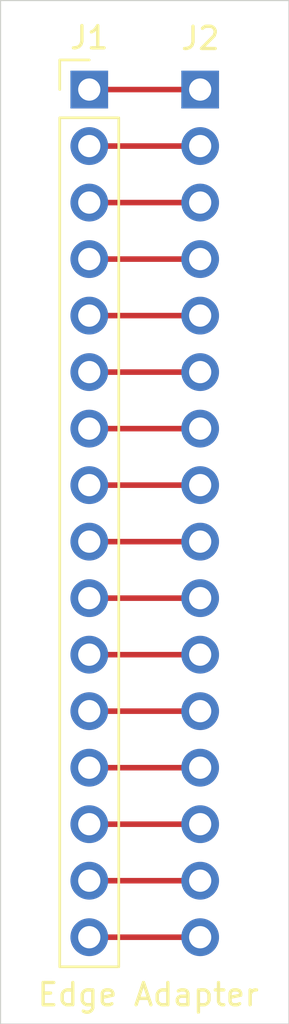
<source format=kicad_pcb>
(kicad_pcb (version 20171130) (host pcbnew "(5.1.10)-1")

  (general
    (thickness 1.6)
    (drawings 5)
    (tracks 16)
    (zones 0)
    (modules 2)
    (nets 17)
  )

  (page A4)
  (layers
    (0 F.Cu signal)
    (31 B.Cu signal)
    (32 B.Adhes user)
    (33 F.Adhes user)
    (34 B.Paste user)
    (35 F.Paste user)
    (36 B.SilkS user)
    (37 F.SilkS user)
    (38 B.Mask user)
    (39 F.Mask user)
    (40 Dwgs.User user)
    (41 Cmts.User user)
    (42 Eco1.User user)
    (43 Eco2.User user)
    (44 Edge.Cuts user)
    (45 Margin user)
    (46 B.CrtYd user)
    (47 F.CrtYd user)
    (48 B.Fab user)
    (49 F.Fab user)
  )

  (setup
    (last_trace_width 0.25)
    (trace_clearance 0.1)
    (zone_clearance 0.508)
    (zone_45_only no)
    (trace_min 0.2)
    (via_size 0.8)
    (via_drill 0.4)
    (via_min_size 0.4)
    (via_min_drill 0.3)
    (uvia_size 0.3)
    (uvia_drill 0.1)
    (uvias_allowed no)
    (uvia_min_size 0.2)
    (uvia_min_drill 0.1)
    (edge_width 0.05)
    (segment_width 0.2)
    (pcb_text_width 0.3)
    (pcb_text_size 1.5 1.5)
    (mod_edge_width 0.12)
    (mod_text_size 1 1)
    (mod_text_width 0.15)
    (pad_size 1.7 1.7)
    (pad_drill 1)
    (pad_to_mask_clearance 0)
    (aux_axis_origin 0 0)
    (visible_elements 7FFFFFFF)
    (pcbplotparams
      (layerselection 0x010fc_ffffffff)
      (usegerberextensions true)
      (usegerberattributes false)
      (usegerberadvancedattributes false)
      (creategerberjobfile false)
      (excludeedgelayer true)
      (linewidth 0.150000)
      (plotframeref false)
      (viasonmask false)
      (mode 1)
      (useauxorigin false)
      (hpglpennumber 1)
      (hpglpenspeed 20)
      (hpglpendiameter 15.000000)
      (psnegative false)
      (psa4output false)
      (plotreference true)
      (plotvalue true)
      (plotinvisibletext false)
      (padsonsilk false)
      (subtractmaskfromsilk false)
      (outputformat 1)
      (mirror false)
      (drillshape 0)
      (scaleselection 1)
      (outputdirectory "../Outputs/"))
  )

  (net 0 "")
  (net 1 "Net-(J1-Pad16)")
  (net 2 "Net-(J1-Pad15)")
  (net 3 "Net-(J1-Pad14)")
  (net 4 "Net-(J1-Pad13)")
  (net 5 "Net-(J1-Pad12)")
  (net 6 "Net-(J1-Pad11)")
  (net 7 "Net-(J1-Pad10)")
  (net 8 "Net-(J1-Pad9)")
  (net 9 "Net-(J1-Pad8)")
  (net 10 "Net-(J1-Pad7)")
  (net 11 "Net-(J1-Pad6)")
  (net 12 "Net-(J1-Pad5)")
  (net 13 "Net-(J1-Pad4)")
  (net 14 "Net-(J1-Pad3)")
  (net 15 "Net-(J1-Pad2)")
  (net 16 "Net-(J1-Pad1)")

  (net_class Default "This is the default net class."
    (clearance 0.1)
    (trace_width 0.25)
    (via_dia 0.8)
    (via_drill 0.4)
    (uvia_dia 0.3)
    (uvia_drill 0.1)
    (add_net "Net-(J1-Pad1)")
    (add_net "Net-(J1-Pad10)")
    (add_net "Net-(J1-Pad11)")
    (add_net "Net-(J1-Pad12)")
    (add_net "Net-(J1-Pad13)")
    (add_net "Net-(J1-Pad14)")
    (add_net "Net-(J1-Pad15)")
    (add_net "Net-(J1-Pad16)")
    (add_net "Net-(J1-Pad2)")
    (add_net "Net-(J1-Pad3)")
    (add_net "Net-(J1-Pad4)")
    (add_net "Net-(J1-Pad5)")
    (add_net "Net-(J1-Pad6)")
    (add_net "Net-(J1-Pad7)")
    (add_net "Net-(J1-Pad8)")
    (add_net "Net-(J1-Pad9)")
  )

  (module parts:SSW-116-02-L-S-RA (layer F.Cu) (tedit 63A0FF56) (tstamp 63A14EE8)
    (at 35 30)
    (descr "16 Position Receptacle Connector 0.100\" (2.54mm) Through Hole, Right Angle Gold")
    (tags "Through hole angled socket strip THT 1x16 2.54mm single row")
    (path /63A3202B)
    (fp_text reference J2 (at 0.01 -2.3 180) (layer F.SilkS)
      (effects (font (size 1 1) (thickness 0.15)))
    )
    (fp_text value SSW-116-02-L-S-RA (at 2.62 18.84 90) (layer F.Fab)
      (effects (font (size 1 1) (thickness 0.15)))
    )
    (pad 16 thru_hole oval (at 0 38.1) (size 1.7 1.7) (drill 1) (layers *.Cu *.Mask)
      (net 1 "Net-(J1-Pad16)"))
    (pad 15 thru_hole oval (at 0 35.56) (size 1.7 1.7) (drill 1) (layers *.Cu *.Mask)
      (net 2 "Net-(J1-Pad15)"))
    (pad 14 thru_hole oval (at 0 33.02) (size 1.7 1.7) (drill 1) (layers *.Cu *.Mask)
      (net 3 "Net-(J1-Pad14)"))
    (pad 13 thru_hole oval (at 0 30.48) (size 1.7 1.7) (drill 1) (layers *.Cu *.Mask)
      (net 4 "Net-(J1-Pad13)"))
    (pad 12 thru_hole oval (at 0 27.94) (size 1.7 1.7) (drill 1) (layers *.Cu *.Mask)
      (net 5 "Net-(J1-Pad12)"))
    (pad 11 thru_hole oval (at 0 25.4) (size 1.7 1.7) (drill 1) (layers *.Cu *.Mask)
      (net 6 "Net-(J1-Pad11)"))
    (pad 10 thru_hole oval (at 0 22.86) (size 1.7 1.7) (drill 1) (layers *.Cu *.Mask)
      (net 7 "Net-(J1-Pad10)"))
    (pad 9 thru_hole oval (at 0 20.32) (size 1.7 1.7) (drill 1) (layers *.Cu *.Mask)
      (net 8 "Net-(J1-Pad9)"))
    (pad 8 thru_hole oval (at 0 17.78) (size 1.7 1.7) (drill 1) (layers *.Cu *.Mask)
      (net 9 "Net-(J1-Pad8)"))
    (pad 7 thru_hole oval (at 0 15.24) (size 1.7 1.7) (drill 1) (layers *.Cu *.Mask)
      (net 10 "Net-(J1-Pad7)"))
    (pad 6 thru_hole oval (at 0 12.7) (size 1.7 1.7) (drill 1) (layers *.Cu *.Mask)
      (net 11 "Net-(J1-Pad6)"))
    (pad 5 thru_hole oval (at 0 10.16) (size 1.7 1.7) (drill 1) (layers *.Cu *.Mask)
      (net 12 "Net-(J1-Pad5)"))
    (pad 4 thru_hole oval (at 0 7.62) (size 1.7 1.7) (drill 1) (layers *.Cu *.Mask)
      (net 13 "Net-(J1-Pad4)"))
    (pad 3 thru_hole oval (at 0 5.08) (size 1.7 1.7) (drill 1) (layers *.Cu *.Mask)
      (net 14 "Net-(J1-Pad3)"))
    (pad 2 thru_hole oval (at 0 2.54) (size 1.7 1.7) (drill 1) (layers *.Cu *.Mask)
      (net 15 "Net-(J1-Pad2)"))
    (pad 1 thru_hole rect (at 0 0) (size 1.7 1.7) (drill 1) (layers *.Cu *.Mask)
      (net 16 "Net-(J1-Pad1)"))
    (model C:/Prj/CoCoSwitchboard/EdgeAdapter/SSW-116-02-L-S-RA.step
      (offset (xyz 1.5 -19 0))
      (scale (xyz 1 1 1))
      (rotate (xyz 0 -180 90))
    )
  )

  (module parts:6-520314-6 (layer F.Cu) (tedit 63A0FE6E) (tstamp 63A12D19)
    (at 30 30)
    (descr "FFC Connectors, Connector Assembly, Wire-to-Board, 16 Position, 2.54 mm [.1 in] Centerline, 1 Row, Right Angle, Socket, Tray, TRIO-MATE")
    (tags "Through hole pin header THT 1x16 2.54mm single row")
    (path /63A2B9C2)
    (fp_text reference J1 (at 0 -2.33) (layer F.SilkS)
      (effects (font (size 1 1) (thickness 0.15)))
    )
    (fp_text value 6-520314-6 (at -2.85 16.86 90) (layer F.Fab)
      (effects (font (size 1 1) (thickness 0.15)))
    )
    (fp_line (start -0.635 -1.27) (end 1.27 -1.27) (layer F.Fab) (width 0.1))
    (fp_line (start 1.27 -1.27) (end 1.27 39.37) (layer F.Fab) (width 0.1))
    (fp_line (start 1.27 39.37) (end -1.27 39.37) (layer F.Fab) (width 0.1))
    (fp_line (start -1.27 39.37) (end -1.27 -0.635) (layer F.Fab) (width 0.1))
    (fp_line (start -1.27 -0.635) (end -0.635 -1.27) (layer F.Fab) (width 0.1))
    (fp_line (start -1.33 39.43) (end 1.33 39.43) (layer F.SilkS) (width 0.12))
    (fp_line (start -1.33 1.27) (end -1.33 39.43) (layer F.SilkS) (width 0.12))
    (fp_line (start 1.33 1.27) (end 1.33 39.43) (layer F.SilkS) (width 0.12))
    (fp_line (start -1.33 1.27) (end 1.33 1.27) (layer F.SilkS) (width 0.12))
    (fp_line (start -1.33 0) (end -1.33 -1.33) (layer F.SilkS) (width 0.12))
    (fp_line (start -1.33 -1.33) (end 0 -1.33) (layer F.SilkS) (width 0.12))
    (fp_line (start -1.8 -1.8) (end -1.8 39.9) (layer F.CrtYd) (width 0.05))
    (fp_line (start -1.8 39.9) (end 1.8 39.9) (layer F.CrtYd) (width 0.05))
    (fp_line (start 1.8 39.9) (end 1.8 -1.8) (layer F.CrtYd) (width 0.05))
    (fp_line (start 1.8 -1.8) (end -1.8 -1.8) (layer F.CrtYd) (width 0.05))
    (fp_text user %R (at 0.01 -2.32 180) (layer F.Fab)
      (effects (font (size 1 1) (thickness 0.15)))
    )
    (pad 16 thru_hole oval (at 0 38.1) (size 1.7 1.7) (drill 1) (layers *.Cu *.Mask)
      (net 1 "Net-(J1-Pad16)"))
    (pad 15 thru_hole oval (at 0 35.56) (size 1.7 1.7) (drill 1) (layers *.Cu *.Mask)
      (net 2 "Net-(J1-Pad15)"))
    (pad 14 thru_hole oval (at 0 33.02) (size 1.7 1.7) (drill 1) (layers *.Cu *.Mask)
      (net 3 "Net-(J1-Pad14)"))
    (pad 13 thru_hole oval (at 0 30.48) (size 1.7 1.7) (drill 1) (layers *.Cu *.Mask)
      (net 4 "Net-(J1-Pad13)"))
    (pad 12 thru_hole oval (at 0 27.94) (size 1.7 1.7) (drill 1) (layers *.Cu *.Mask)
      (net 5 "Net-(J1-Pad12)"))
    (pad 11 thru_hole oval (at 0 25.4) (size 1.7 1.7) (drill 1) (layers *.Cu *.Mask)
      (net 6 "Net-(J1-Pad11)"))
    (pad 10 thru_hole oval (at 0 22.86) (size 1.7 1.7) (drill 1) (layers *.Cu *.Mask)
      (net 7 "Net-(J1-Pad10)"))
    (pad 9 thru_hole oval (at 0 20.32) (size 1.7 1.7) (drill 1) (layers *.Cu *.Mask)
      (net 8 "Net-(J1-Pad9)"))
    (pad 8 thru_hole oval (at 0 17.78) (size 1.7 1.7) (drill 1) (layers *.Cu *.Mask)
      (net 9 "Net-(J1-Pad8)"))
    (pad 7 thru_hole oval (at 0 15.24) (size 1.7 1.7) (drill 1) (layers *.Cu *.Mask)
      (net 10 "Net-(J1-Pad7)"))
    (pad 6 thru_hole oval (at 0 12.7) (size 1.7 1.7) (drill 1) (layers *.Cu *.Mask)
      (net 11 "Net-(J1-Pad6)"))
    (pad 5 thru_hole oval (at 0 10.16) (size 1.7 1.7) (drill 1) (layers *.Cu *.Mask)
      (net 12 "Net-(J1-Pad5)"))
    (pad 4 thru_hole oval (at 0 7.62) (size 1.7 1.7) (drill 1) (layers *.Cu *.Mask)
      (net 13 "Net-(J1-Pad4)"))
    (pad 3 thru_hole oval (at 0 5.08) (size 1.7 1.7) (drill 1) (layers *.Cu *.Mask)
      (net 14 "Net-(J1-Pad3)"))
    (pad 2 thru_hole oval (at 0 2.54) (size 1.7 1.7) (drill 1) (layers *.Cu *.Mask)
      (net 15 "Net-(J1-Pad2)"))
    (pad 1 thru_hole rect (at 0 0) (size 1.7 1.7) (drill 1) (layers *.Cu *.Mask)
      (net 16 "Net-(J1-Pad1)"))
    (model C:/Prj/CoCoSwitchboard/EdgeAdapter/c-6-520314-6-y-3d.stp
      (offset (xyz -6.75 -19 2.4))
      (scale (xyz 1 1 1))
      (rotate (xyz -90 0 90))
    )
  )

  (gr_text "Edge Adapter" (at 32.66 70.68) (layer F.SilkS)
    (effects (font (size 1 1) (thickness 0.15)))
  )
  (gr_line (start 39 72) (end 26 72) (layer Edge.Cuts) (width 0.05) (tstamp 63A1BADF))
  (gr_line (start 39 26) (end 39 72) (layer Edge.Cuts) (width 0.05))
  (gr_line (start 26 26) (end 39 26) (layer Edge.Cuts) (width 0.05))
  (gr_line (start 26 72) (end 26 26) (layer Edge.Cuts) (width 0.05) (tstamp 63A128A3))

  (segment (start 35 68.1) (end 30 68.1) (width 0.25) (layer F.Cu) (net 1))
  (segment (start 30 65.56) (end 35 65.56) (width 0.25) (layer F.Cu) (net 2))
  (segment (start 35 63.02) (end 30 63.02) (width 0.25) (layer F.Cu) (net 3))
  (segment (start 30 60.48) (end 35 60.48) (width 0.25) (layer F.Cu) (net 4))
  (segment (start 35 57.94) (end 30 57.94) (width 0.25) (layer F.Cu) (net 5))
  (segment (start 30 55.4) (end 35 55.4) (width 0.25) (layer F.Cu) (net 6))
  (segment (start 35 52.86) (end 30 52.86) (width 0.25) (layer F.Cu) (net 7))
  (segment (start 30 50.32) (end 35 50.32) (width 0.25) (layer F.Cu) (net 8))
  (segment (start 30 47.78) (end 35 47.78) (width 0.25) (layer F.Cu) (net 9))
  (segment (start 30 45.24) (end 35 45.24) (width 0.25) (layer F.Cu) (net 10))
  (segment (start 30 42.7) (end 35 42.7) (width 0.25) (layer F.Cu) (net 11))
  (segment (start 30 40.16) (end 35 40.16) (width 0.25) (layer F.Cu) (net 12))
  (segment (start 30 37.62) (end 35 37.62) (width 0.25) (layer F.Cu) (net 13))
  (segment (start 30 35.08) (end 35 35.08) (width 0.25) (layer F.Cu) (net 14))
  (segment (start 30 32.54) (end 35 32.54) (width 0.25) (layer F.Cu) (net 15))
  (segment (start 30 30) (end 35 30) (width 0.25) (layer F.Cu) (net 16))

)

</source>
